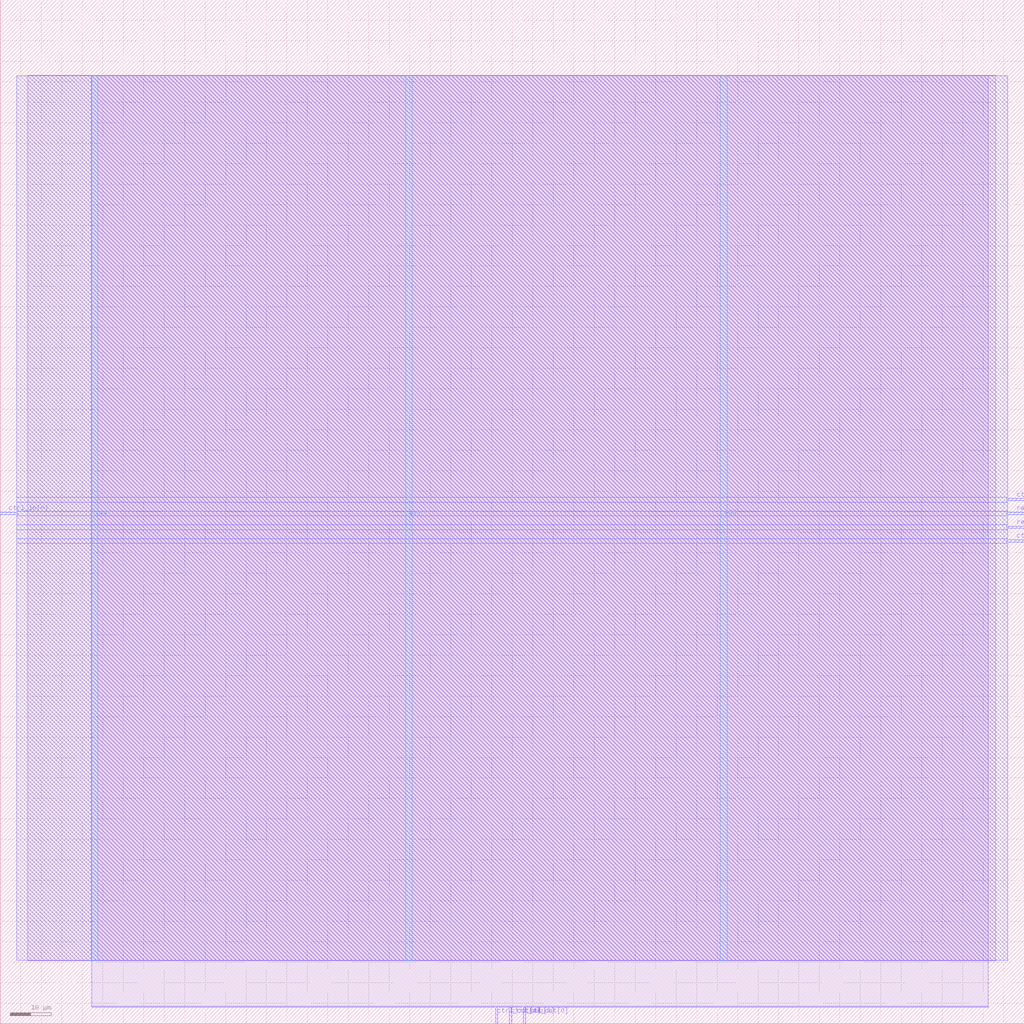
<source format=lef>
VERSION 5.7 ;
  NOWIREEXTENSIONATPIN ON ;
  DIVIDERCHAR "/" ;
  BUSBITCHARS "[]" ;
MACRO ctrl
  CLASS BLOCK ;
  FOREIGN ctrl ;
  ORIGIN 0.000 0.000 ;
  SIZE 250.000 BY 250.000 ;
  PIN ctrl_in[0]
    DIRECTION INPUT ;
    USE SIGNAL ;
    ANTENNAGATEAREA 4.738000 ;
    ANTENNADIFFAREA 0.410400 ;
    PORT
      LAYER Metal3 ;
        RECT 0.000 124.320 4.000 124.880 ;
    END
  END ctrl_in[0]
  PIN ctrl_in[1]
    DIRECTION INPUT ;
    USE SIGNAL ;
    ANTENNAGATEAREA 0.726000 ;
    ANTENNADIFFAREA 0.410400 ;
    PORT
      LAYER Metal3 ;
        RECT 246.000 117.600 250.000 118.160 ;
    END
  END ctrl_in[1]
  PIN ctrl_oeb[0]
    DIRECTION OUTPUT TRISTATE ;
    USE SIGNAL ;
    ANTENNADIFFAREA 0.536800 ;
    PORT
      LAYER Metal2 ;
        RECT 124.320 0.000 124.880 4.000 ;
    END
  END ctrl_oeb[0]
  PIN ctrl_oeb[1]
    DIRECTION OUTPUT TRISTATE ;
    USE SIGNAL ;
    ANTENNADIFFAREA 0.536800 ;
    PORT
      LAYER Metal3 ;
        RECT 246.000 127.680 250.000 128.240 ;
    END
  END ctrl_oeb[1]
  PIN ctrl_out[0]
    DIRECTION OUTPUT TRISTATE ;
    USE SIGNAL ;
    ANTENNADIFFAREA 0.360800 ;
    PORT
      LAYER Metal2 ;
        RECT 127.680 0.000 128.240 4.000 ;
    END
  END ctrl_out[0]
  PIN ctrl_out[1]
    DIRECTION OUTPUT TRISTATE ;
    USE SIGNAL ;
    ANTENNADIFFAREA 0.360800 ;
    PORT
      LAYER Metal2 ;
        RECT 120.960 0.000 121.520 4.000 ;
    END
  END ctrl_out[1]
  PIN reset
    DIRECTION OUTPUT TRISTATE ;
    USE SIGNAL ;
    ANTENNADIFFAREA 4.731200 ;
    PORT
      LAYER Metal3 ;
        RECT 246.000 120.960 250.000 121.520 ;
    END
  END reset
  PIN resetn
    DIRECTION OUTPUT TRISTATE ;
    USE SIGNAL ;
    ANTENNADIFFAREA 4.731200 ;
    PORT
      LAYER Metal3 ;
        RECT 246.000 124.320 250.000 124.880 ;
    END
  END resetn
  PIN vdd
    DIRECTION INOUT ;
    USE POWER ;
    PORT
      LAYER Metal4 ;
        RECT 22.240 15.380 23.840 231.580 ;
    END
    PORT
      LAYER Metal4 ;
        RECT 175.840 15.380 177.440 231.580 ;
    END
  END vdd
  PIN vss
    DIRECTION INOUT ;
    USE GROUND ;
    PORT
      LAYER Metal4 ;
        RECT 99.040 15.380 100.640 231.580 ;
    END
  END vss
  OBS
      LAYER Metal1 ;
        RECT 6.720 15.380 243.040 231.580 ;
      LAYER Metal2 ;
        RECT 22.380 4.300 241.220 231.470 ;
        RECT 22.380 4.000 120.660 4.300 ;
        RECT 121.820 4.000 124.020 4.300 ;
        RECT 125.180 4.000 127.380 4.300 ;
        RECT 128.540 4.000 241.220 4.300 ;
      LAYER Metal3 ;
        RECT 4.000 128.540 246.000 231.420 ;
        RECT 4.000 127.380 245.700 128.540 ;
        RECT 4.000 125.180 246.000 127.380 ;
        RECT 4.300 124.020 245.700 125.180 ;
        RECT 4.000 121.820 246.000 124.020 ;
        RECT 4.000 120.660 245.700 121.820 ;
        RECT 4.000 118.460 246.000 120.660 ;
        RECT 4.000 117.300 245.700 118.460 ;
        RECT 4.000 15.540 246.000 117.300 ;
  END
END ctrl
END LIBRARY


</source>
